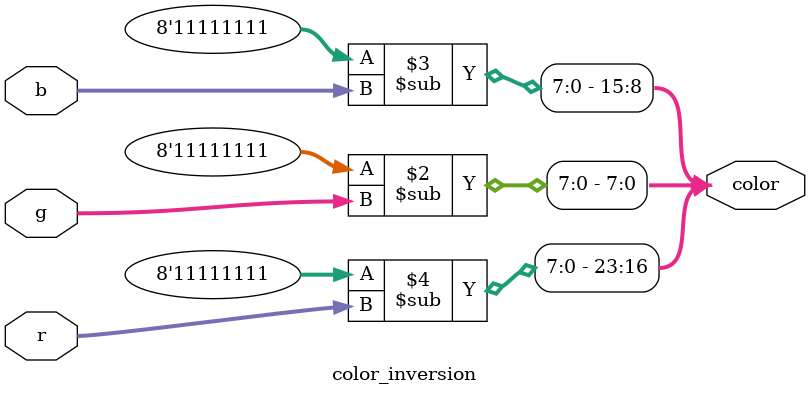
<source format=v>
`timescale 1ns / 1ps

module color_inversion (
  input [7:0] g, // Green component
  input [7:0] b, // Blue component
  input [7:0] r, // Red component
  output reg [23:0] color // Inverted output
);

  always @* begin
    color = {8'd255 - r, 8'd255 - b, 8'd255 - g};
  end
  
endmodule


</source>
